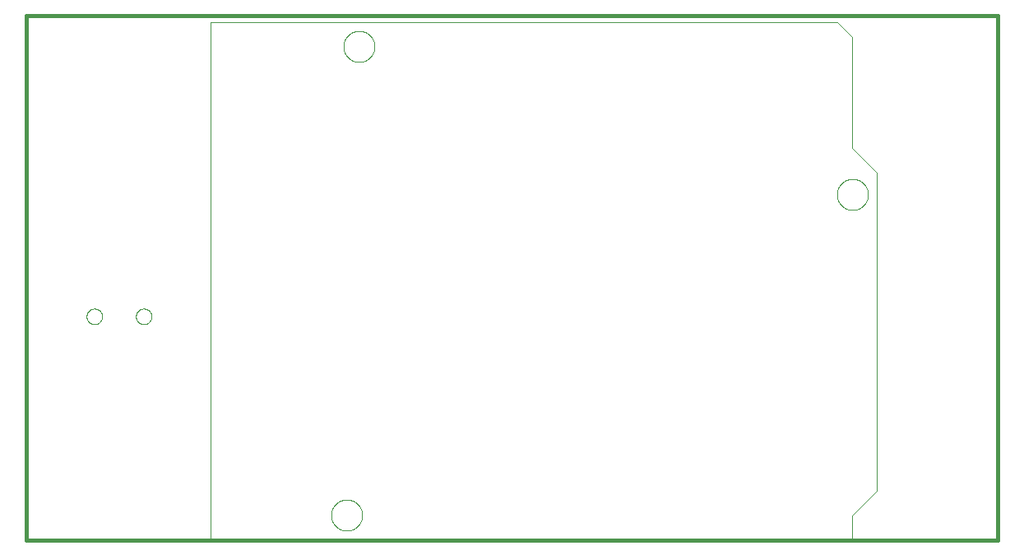
<source format=gbp>
G75*
%MOIN*%
%OFA0B0*%
%FSLAX25Y25*%
%IPPOS*%
%LPD*%
%AMOC8*
5,1,8,0,0,1.08239X$1,22.5*
%
%ADD10C,0.01600*%
%ADD11C,0.00000*%
D10*
X0001800Y0005000D02*
X0001800Y0217598D01*
X0395501Y0217598D01*
X0395501Y0005000D01*
X0001800Y0005000D01*
D11*
X0076603Y0005000D02*
X0076603Y0215000D01*
X0330603Y0215000D01*
X0336603Y0209000D01*
X0336603Y0164000D01*
X0346603Y0154000D01*
X0346603Y0025000D01*
X0336603Y0015000D01*
X0336603Y0005000D01*
X0076603Y0005000D01*
X0125304Y0015000D02*
X0125306Y0015158D01*
X0125312Y0015316D01*
X0125322Y0015474D01*
X0125336Y0015632D01*
X0125354Y0015789D01*
X0125375Y0015946D01*
X0125401Y0016102D01*
X0125431Y0016258D01*
X0125464Y0016413D01*
X0125502Y0016566D01*
X0125543Y0016719D01*
X0125588Y0016871D01*
X0125637Y0017022D01*
X0125690Y0017171D01*
X0125746Y0017319D01*
X0125806Y0017465D01*
X0125870Y0017610D01*
X0125938Y0017753D01*
X0126009Y0017895D01*
X0126083Y0018035D01*
X0126161Y0018172D01*
X0126243Y0018308D01*
X0126327Y0018442D01*
X0126416Y0018573D01*
X0126507Y0018702D01*
X0126602Y0018829D01*
X0126699Y0018954D01*
X0126800Y0019076D01*
X0126904Y0019195D01*
X0127011Y0019312D01*
X0127121Y0019426D01*
X0127234Y0019537D01*
X0127349Y0019646D01*
X0127467Y0019751D01*
X0127588Y0019853D01*
X0127711Y0019953D01*
X0127837Y0020049D01*
X0127965Y0020142D01*
X0128095Y0020232D01*
X0128228Y0020318D01*
X0128363Y0020402D01*
X0128499Y0020481D01*
X0128638Y0020558D01*
X0128779Y0020630D01*
X0128921Y0020700D01*
X0129065Y0020765D01*
X0129211Y0020827D01*
X0129358Y0020885D01*
X0129507Y0020940D01*
X0129657Y0020991D01*
X0129808Y0021038D01*
X0129960Y0021081D01*
X0130113Y0021120D01*
X0130268Y0021156D01*
X0130423Y0021187D01*
X0130579Y0021215D01*
X0130735Y0021239D01*
X0130892Y0021259D01*
X0131050Y0021275D01*
X0131207Y0021287D01*
X0131366Y0021295D01*
X0131524Y0021299D01*
X0131682Y0021299D01*
X0131840Y0021295D01*
X0131999Y0021287D01*
X0132156Y0021275D01*
X0132314Y0021259D01*
X0132471Y0021239D01*
X0132627Y0021215D01*
X0132783Y0021187D01*
X0132938Y0021156D01*
X0133093Y0021120D01*
X0133246Y0021081D01*
X0133398Y0021038D01*
X0133549Y0020991D01*
X0133699Y0020940D01*
X0133848Y0020885D01*
X0133995Y0020827D01*
X0134141Y0020765D01*
X0134285Y0020700D01*
X0134427Y0020630D01*
X0134568Y0020558D01*
X0134707Y0020481D01*
X0134843Y0020402D01*
X0134978Y0020318D01*
X0135111Y0020232D01*
X0135241Y0020142D01*
X0135369Y0020049D01*
X0135495Y0019953D01*
X0135618Y0019853D01*
X0135739Y0019751D01*
X0135857Y0019646D01*
X0135972Y0019537D01*
X0136085Y0019426D01*
X0136195Y0019312D01*
X0136302Y0019195D01*
X0136406Y0019076D01*
X0136507Y0018954D01*
X0136604Y0018829D01*
X0136699Y0018702D01*
X0136790Y0018573D01*
X0136879Y0018442D01*
X0136963Y0018308D01*
X0137045Y0018172D01*
X0137123Y0018035D01*
X0137197Y0017895D01*
X0137268Y0017753D01*
X0137336Y0017610D01*
X0137400Y0017465D01*
X0137460Y0017319D01*
X0137516Y0017171D01*
X0137569Y0017022D01*
X0137618Y0016871D01*
X0137663Y0016719D01*
X0137704Y0016566D01*
X0137742Y0016413D01*
X0137775Y0016258D01*
X0137805Y0016102D01*
X0137831Y0015946D01*
X0137852Y0015789D01*
X0137870Y0015632D01*
X0137884Y0015474D01*
X0137894Y0015316D01*
X0137900Y0015158D01*
X0137902Y0015000D01*
X0137900Y0014842D01*
X0137894Y0014684D01*
X0137884Y0014526D01*
X0137870Y0014368D01*
X0137852Y0014211D01*
X0137831Y0014054D01*
X0137805Y0013898D01*
X0137775Y0013742D01*
X0137742Y0013587D01*
X0137704Y0013434D01*
X0137663Y0013281D01*
X0137618Y0013129D01*
X0137569Y0012978D01*
X0137516Y0012829D01*
X0137460Y0012681D01*
X0137400Y0012535D01*
X0137336Y0012390D01*
X0137268Y0012247D01*
X0137197Y0012105D01*
X0137123Y0011965D01*
X0137045Y0011828D01*
X0136963Y0011692D01*
X0136879Y0011558D01*
X0136790Y0011427D01*
X0136699Y0011298D01*
X0136604Y0011171D01*
X0136507Y0011046D01*
X0136406Y0010924D01*
X0136302Y0010805D01*
X0136195Y0010688D01*
X0136085Y0010574D01*
X0135972Y0010463D01*
X0135857Y0010354D01*
X0135739Y0010249D01*
X0135618Y0010147D01*
X0135495Y0010047D01*
X0135369Y0009951D01*
X0135241Y0009858D01*
X0135111Y0009768D01*
X0134978Y0009682D01*
X0134843Y0009598D01*
X0134707Y0009519D01*
X0134568Y0009442D01*
X0134427Y0009370D01*
X0134285Y0009300D01*
X0134141Y0009235D01*
X0133995Y0009173D01*
X0133848Y0009115D01*
X0133699Y0009060D01*
X0133549Y0009009D01*
X0133398Y0008962D01*
X0133246Y0008919D01*
X0133093Y0008880D01*
X0132938Y0008844D01*
X0132783Y0008813D01*
X0132627Y0008785D01*
X0132471Y0008761D01*
X0132314Y0008741D01*
X0132156Y0008725D01*
X0131999Y0008713D01*
X0131840Y0008705D01*
X0131682Y0008701D01*
X0131524Y0008701D01*
X0131366Y0008705D01*
X0131207Y0008713D01*
X0131050Y0008725D01*
X0130892Y0008741D01*
X0130735Y0008761D01*
X0130579Y0008785D01*
X0130423Y0008813D01*
X0130268Y0008844D01*
X0130113Y0008880D01*
X0129960Y0008919D01*
X0129808Y0008962D01*
X0129657Y0009009D01*
X0129507Y0009060D01*
X0129358Y0009115D01*
X0129211Y0009173D01*
X0129065Y0009235D01*
X0128921Y0009300D01*
X0128779Y0009370D01*
X0128638Y0009442D01*
X0128499Y0009519D01*
X0128363Y0009598D01*
X0128228Y0009682D01*
X0128095Y0009768D01*
X0127965Y0009858D01*
X0127837Y0009951D01*
X0127711Y0010047D01*
X0127588Y0010147D01*
X0127467Y0010249D01*
X0127349Y0010354D01*
X0127234Y0010463D01*
X0127121Y0010574D01*
X0127011Y0010688D01*
X0126904Y0010805D01*
X0126800Y0010924D01*
X0126699Y0011046D01*
X0126602Y0011171D01*
X0126507Y0011298D01*
X0126416Y0011427D01*
X0126327Y0011558D01*
X0126243Y0011692D01*
X0126161Y0011828D01*
X0126083Y0011965D01*
X0126009Y0012105D01*
X0125938Y0012247D01*
X0125870Y0012390D01*
X0125806Y0012535D01*
X0125746Y0012681D01*
X0125690Y0012829D01*
X0125637Y0012978D01*
X0125588Y0013129D01*
X0125543Y0013281D01*
X0125502Y0013434D01*
X0125464Y0013587D01*
X0125431Y0013742D01*
X0125401Y0013898D01*
X0125375Y0014054D01*
X0125354Y0014211D01*
X0125336Y0014368D01*
X0125322Y0014526D01*
X0125312Y0014684D01*
X0125306Y0014842D01*
X0125304Y0015000D01*
X0046209Y0095551D02*
X0046211Y0095663D01*
X0046217Y0095774D01*
X0046227Y0095886D01*
X0046241Y0095997D01*
X0046258Y0096107D01*
X0046280Y0096217D01*
X0046306Y0096326D01*
X0046335Y0096434D01*
X0046368Y0096540D01*
X0046405Y0096646D01*
X0046446Y0096750D01*
X0046491Y0096853D01*
X0046539Y0096954D01*
X0046590Y0097053D01*
X0046645Y0097150D01*
X0046704Y0097245D01*
X0046765Y0097339D01*
X0046830Y0097430D01*
X0046899Y0097518D01*
X0046970Y0097604D01*
X0047044Y0097688D01*
X0047122Y0097768D01*
X0047202Y0097846D01*
X0047285Y0097922D01*
X0047370Y0097994D01*
X0047458Y0098063D01*
X0047548Y0098129D01*
X0047641Y0098191D01*
X0047736Y0098251D01*
X0047833Y0098307D01*
X0047931Y0098359D01*
X0048032Y0098408D01*
X0048134Y0098453D01*
X0048238Y0098495D01*
X0048343Y0098533D01*
X0048450Y0098567D01*
X0048557Y0098597D01*
X0048666Y0098624D01*
X0048775Y0098646D01*
X0048886Y0098665D01*
X0048996Y0098680D01*
X0049108Y0098691D01*
X0049219Y0098698D01*
X0049331Y0098701D01*
X0049443Y0098700D01*
X0049555Y0098695D01*
X0049666Y0098686D01*
X0049777Y0098673D01*
X0049888Y0098656D01*
X0049998Y0098636D01*
X0050107Y0098611D01*
X0050215Y0098583D01*
X0050322Y0098550D01*
X0050428Y0098514D01*
X0050532Y0098474D01*
X0050635Y0098431D01*
X0050737Y0098384D01*
X0050836Y0098333D01*
X0050934Y0098279D01*
X0051030Y0098221D01*
X0051124Y0098160D01*
X0051215Y0098096D01*
X0051304Y0098029D01*
X0051391Y0097958D01*
X0051475Y0097884D01*
X0051557Y0097808D01*
X0051635Y0097728D01*
X0051711Y0097646D01*
X0051784Y0097561D01*
X0051854Y0097474D01*
X0051920Y0097384D01*
X0051984Y0097292D01*
X0052044Y0097198D01*
X0052101Y0097102D01*
X0052154Y0097003D01*
X0052204Y0096903D01*
X0052250Y0096802D01*
X0052293Y0096698D01*
X0052332Y0096593D01*
X0052367Y0096487D01*
X0052398Y0096380D01*
X0052426Y0096271D01*
X0052449Y0096162D01*
X0052469Y0096052D01*
X0052485Y0095941D01*
X0052497Y0095830D01*
X0052505Y0095719D01*
X0052509Y0095607D01*
X0052509Y0095495D01*
X0052505Y0095383D01*
X0052497Y0095272D01*
X0052485Y0095161D01*
X0052469Y0095050D01*
X0052449Y0094940D01*
X0052426Y0094831D01*
X0052398Y0094722D01*
X0052367Y0094615D01*
X0052332Y0094509D01*
X0052293Y0094404D01*
X0052250Y0094300D01*
X0052204Y0094199D01*
X0052154Y0094099D01*
X0052101Y0094000D01*
X0052044Y0093904D01*
X0051984Y0093810D01*
X0051920Y0093718D01*
X0051854Y0093628D01*
X0051784Y0093541D01*
X0051711Y0093456D01*
X0051635Y0093374D01*
X0051557Y0093294D01*
X0051475Y0093218D01*
X0051391Y0093144D01*
X0051304Y0093073D01*
X0051215Y0093006D01*
X0051124Y0092942D01*
X0051030Y0092881D01*
X0050934Y0092823D01*
X0050836Y0092769D01*
X0050737Y0092718D01*
X0050635Y0092671D01*
X0050532Y0092628D01*
X0050428Y0092588D01*
X0050322Y0092552D01*
X0050215Y0092519D01*
X0050107Y0092491D01*
X0049998Y0092466D01*
X0049888Y0092446D01*
X0049777Y0092429D01*
X0049666Y0092416D01*
X0049555Y0092407D01*
X0049443Y0092402D01*
X0049331Y0092401D01*
X0049219Y0092404D01*
X0049108Y0092411D01*
X0048996Y0092422D01*
X0048886Y0092437D01*
X0048775Y0092456D01*
X0048666Y0092478D01*
X0048557Y0092505D01*
X0048450Y0092535D01*
X0048343Y0092569D01*
X0048238Y0092607D01*
X0048134Y0092649D01*
X0048032Y0092694D01*
X0047931Y0092743D01*
X0047833Y0092795D01*
X0047736Y0092851D01*
X0047641Y0092911D01*
X0047548Y0092973D01*
X0047458Y0093039D01*
X0047370Y0093108D01*
X0047285Y0093180D01*
X0047202Y0093256D01*
X0047122Y0093334D01*
X0047044Y0093414D01*
X0046970Y0093498D01*
X0046899Y0093584D01*
X0046830Y0093672D01*
X0046765Y0093763D01*
X0046704Y0093857D01*
X0046645Y0093952D01*
X0046590Y0094049D01*
X0046539Y0094148D01*
X0046491Y0094249D01*
X0046446Y0094352D01*
X0046405Y0094456D01*
X0046368Y0094562D01*
X0046335Y0094668D01*
X0046306Y0094776D01*
X0046280Y0094885D01*
X0046258Y0094995D01*
X0046241Y0095105D01*
X0046227Y0095216D01*
X0046217Y0095328D01*
X0046211Y0095439D01*
X0046209Y0095551D01*
X0026209Y0095551D02*
X0026211Y0095663D01*
X0026217Y0095774D01*
X0026227Y0095886D01*
X0026241Y0095997D01*
X0026258Y0096107D01*
X0026280Y0096217D01*
X0026306Y0096326D01*
X0026335Y0096434D01*
X0026368Y0096540D01*
X0026405Y0096646D01*
X0026446Y0096750D01*
X0026491Y0096853D01*
X0026539Y0096954D01*
X0026590Y0097053D01*
X0026645Y0097150D01*
X0026704Y0097245D01*
X0026765Y0097339D01*
X0026830Y0097430D01*
X0026899Y0097518D01*
X0026970Y0097604D01*
X0027044Y0097688D01*
X0027122Y0097768D01*
X0027202Y0097846D01*
X0027285Y0097922D01*
X0027370Y0097994D01*
X0027458Y0098063D01*
X0027548Y0098129D01*
X0027641Y0098191D01*
X0027736Y0098251D01*
X0027833Y0098307D01*
X0027931Y0098359D01*
X0028032Y0098408D01*
X0028134Y0098453D01*
X0028238Y0098495D01*
X0028343Y0098533D01*
X0028450Y0098567D01*
X0028557Y0098597D01*
X0028666Y0098624D01*
X0028775Y0098646D01*
X0028886Y0098665D01*
X0028996Y0098680D01*
X0029108Y0098691D01*
X0029219Y0098698D01*
X0029331Y0098701D01*
X0029443Y0098700D01*
X0029555Y0098695D01*
X0029666Y0098686D01*
X0029777Y0098673D01*
X0029888Y0098656D01*
X0029998Y0098636D01*
X0030107Y0098611D01*
X0030215Y0098583D01*
X0030322Y0098550D01*
X0030428Y0098514D01*
X0030532Y0098474D01*
X0030635Y0098431D01*
X0030737Y0098384D01*
X0030836Y0098333D01*
X0030934Y0098279D01*
X0031030Y0098221D01*
X0031124Y0098160D01*
X0031215Y0098096D01*
X0031304Y0098029D01*
X0031391Y0097958D01*
X0031475Y0097884D01*
X0031557Y0097808D01*
X0031635Y0097728D01*
X0031711Y0097646D01*
X0031784Y0097561D01*
X0031854Y0097474D01*
X0031920Y0097384D01*
X0031984Y0097292D01*
X0032044Y0097198D01*
X0032101Y0097102D01*
X0032154Y0097003D01*
X0032204Y0096903D01*
X0032250Y0096802D01*
X0032293Y0096698D01*
X0032332Y0096593D01*
X0032367Y0096487D01*
X0032398Y0096380D01*
X0032426Y0096271D01*
X0032449Y0096162D01*
X0032469Y0096052D01*
X0032485Y0095941D01*
X0032497Y0095830D01*
X0032505Y0095719D01*
X0032509Y0095607D01*
X0032509Y0095495D01*
X0032505Y0095383D01*
X0032497Y0095272D01*
X0032485Y0095161D01*
X0032469Y0095050D01*
X0032449Y0094940D01*
X0032426Y0094831D01*
X0032398Y0094722D01*
X0032367Y0094615D01*
X0032332Y0094509D01*
X0032293Y0094404D01*
X0032250Y0094300D01*
X0032204Y0094199D01*
X0032154Y0094099D01*
X0032101Y0094000D01*
X0032044Y0093904D01*
X0031984Y0093810D01*
X0031920Y0093718D01*
X0031854Y0093628D01*
X0031784Y0093541D01*
X0031711Y0093456D01*
X0031635Y0093374D01*
X0031557Y0093294D01*
X0031475Y0093218D01*
X0031391Y0093144D01*
X0031304Y0093073D01*
X0031215Y0093006D01*
X0031124Y0092942D01*
X0031030Y0092881D01*
X0030934Y0092823D01*
X0030836Y0092769D01*
X0030737Y0092718D01*
X0030635Y0092671D01*
X0030532Y0092628D01*
X0030428Y0092588D01*
X0030322Y0092552D01*
X0030215Y0092519D01*
X0030107Y0092491D01*
X0029998Y0092466D01*
X0029888Y0092446D01*
X0029777Y0092429D01*
X0029666Y0092416D01*
X0029555Y0092407D01*
X0029443Y0092402D01*
X0029331Y0092401D01*
X0029219Y0092404D01*
X0029108Y0092411D01*
X0028996Y0092422D01*
X0028886Y0092437D01*
X0028775Y0092456D01*
X0028666Y0092478D01*
X0028557Y0092505D01*
X0028450Y0092535D01*
X0028343Y0092569D01*
X0028238Y0092607D01*
X0028134Y0092649D01*
X0028032Y0092694D01*
X0027931Y0092743D01*
X0027833Y0092795D01*
X0027736Y0092851D01*
X0027641Y0092911D01*
X0027548Y0092973D01*
X0027458Y0093039D01*
X0027370Y0093108D01*
X0027285Y0093180D01*
X0027202Y0093256D01*
X0027122Y0093334D01*
X0027044Y0093414D01*
X0026970Y0093498D01*
X0026899Y0093584D01*
X0026830Y0093672D01*
X0026765Y0093763D01*
X0026704Y0093857D01*
X0026645Y0093952D01*
X0026590Y0094049D01*
X0026539Y0094148D01*
X0026491Y0094249D01*
X0026446Y0094352D01*
X0026405Y0094456D01*
X0026368Y0094562D01*
X0026335Y0094668D01*
X0026306Y0094776D01*
X0026280Y0094885D01*
X0026258Y0094995D01*
X0026241Y0095105D01*
X0026227Y0095216D01*
X0026217Y0095328D01*
X0026211Y0095439D01*
X0026209Y0095551D01*
X0130304Y0205000D02*
X0130306Y0205158D01*
X0130312Y0205316D01*
X0130322Y0205474D01*
X0130336Y0205632D01*
X0130354Y0205789D01*
X0130375Y0205946D01*
X0130401Y0206102D01*
X0130431Y0206258D01*
X0130464Y0206413D01*
X0130502Y0206566D01*
X0130543Y0206719D01*
X0130588Y0206871D01*
X0130637Y0207022D01*
X0130690Y0207171D01*
X0130746Y0207319D01*
X0130806Y0207465D01*
X0130870Y0207610D01*
X0130938Y0207753D01*
X0131009Y0207895D01*
X0131083Y0208035D01*
X0131161Y0208172D01*
X0131243Y0208308D01*
X0131327Y0208442D01*
X0131416Y0208573D01*
X0131507Y0208702D01*
X0131602Y0208829D01*
X0131699Y0208954D01*
X0131800Y0209076D01*
X0131904Y0209195D01*
X0132011Y0209312D01*
X0132121Y0209426D01*
X0132234Y0209537D01*
X0132349Y0209646D01*
X0132467Y0209751D01*
X0132588Y0209853D01*
X0132711Y0209953D01*
X0132837Y0210049D01*
X0132965Y0210142D01*
X0133095Y0210232D01*
X0133228Y0210318D01*
X0133363Y0210402D01*
X0133499Y0210481D01*
X0133638Y0210558D01*
X0133779Y0210630D01*
X0133921Y0210700D01*
X0134065Y0210765D01*
X0134211Y0210827D01*
X0134358Y0210885D01*
X0134507Y0210940D01*
X0134657Y0210991D01*
X0134808Y0211038D01*
X0134960Y0211081D01*
X0135113Y0211120D01*
X0135268Y0211156D01*
X0135423Y0211187D01*
X0135579Y0211215D01*
X0135735Y0211239D01*
X0135892Y0211259D01*
X0136050Y0211275D01*
X0136207Y0211287D01*
X0136366Y0211295D01*
X0136524Y0211299D01*
X0136682Y0211299D01*
X0136840Y0211295D01*
X0136999Y0211287D01*
X0137156Y0211275D01*
X0137314Y0211259D01*
X0137471Y0211239D01*
X0137627Y0211215D01*
X0137783Y0211187D01*
X0137938Y0211156D01*
X0138093Y0211120D01*
X0138246Y0211081D01*
X0138398Y0211038D01*
X0138549Y0210991D01*
X0138699Y0210940D01*
X0138848Y0210885D01*
X0138995Y0210827D01*
X0139141Y0210765D01*
X0139285Y0210700D01*
X0139427Y0210630D01*
X0139568Y0210558D01*
X0139707Y0210481D01*
X0139843Y0210402D01*
X0139978Y0210318D01*
X0140111Y0210232D01*
X0140241Y0210142D01*
X0140369Y0210049D01*
X0140495Y0209953D01*
X0140618Y0209853D01*
X0140739Y0209751D01*
X0140857Y0209646D01*
X0140972Y0209537D01*
X0141085Y0209426D01*
X0141195Y0209312D01*
X0141302Y0209195D01*
X0141406Y0209076D01*
X0141507Y0208954D01*
X0141604Y0208829D01*
X0141699Y0208702D01*
X0141790Y0208573D01*
X0141879Y0208442D01*
X0141963Y0208308D01*
X0142045Y0208172D01*
X0142123Y0208035D01*
X0142197Y0207895D01*
X0142268Y0207753D01*
X0142336Y0207610D01*
X0142400Y0207465D01*
X0142460Y0207319D01*
X0142516Y0207171D01*
X0142569Y0207022D01*
X0142618Y0206871D01*
X0142663Y0206719D01*
X0142704Y0206566D01*
X0142742Y0206413D01*
X0142775Y0206258D01*
X0142805Y0206102D01*
X0142831Y0205946D01*
X0142852Y0205789D01*
X0142870Y0205632D01*
X0142884Y0205474D01*
X0142894Y0205316D01*
X0142900Y0205158D01*
X0142902Y0205000D01*
X0142900Y0204842D01*
X0142894Y0204684D01*
X0142884Y0204526D01*
X0142870Y0204368D01*
X0142852Y0204211D01*
X0142831Y0204054D01*
X0142805Y0203898D01*
X0142775Y0203742D01*
X0142742Y0203587D01*
X0142704Y0203434D01*
X0142663Y0203281D01*
X0142618Y0203129D01*
X0142569Y0202978D01*
X0142516Y0202829D01*
X0142460Y0202681D01*
X0142400Y0202535D01*
X0142336Y0202390D01*
X0142268Y0202247D01*
X0142197Y0202105D01*
X0142123Y0201965D01*
X0142045Y0201828D01*
X0141963Y0201692D01*
X0141879Y0201558D01*
X0141790Y0201427D01*
X0141699Y0201298D01*
X0141604Y0201171D01*
X0141507Y0201046D01*
X0141406Y0200924D01*
X0141302Y0200805D01*
X0141195Y0200688D01*
X0141085Y0200574D01*
X0140972Y0200463D01*
X0140857Y0200354D01*
X0140739Y0200249D01*
X0140618Y0200147D01*
X0140495Y0200047D01*
X0140369Y0199951D01*
X0140241Y0199858D01*
X0140111Y0199768D01*
X0139978Y0199682D01*
X0139843Y0199598D01*
X0139707Y0199519D01*
X0139568Y0199442D01*
X0139427Y0199370D01*
X0139285Y0199300D01*
X0139141Y0199235D01*
X0138995Y0199173D01*
X0138848Y0199115D01*
X0138699Y0199060D01*
X0138549Y0199009D01*
X0138398Y0198962D01*
X0138246Y0198919D01*
X0138093Y0198880D01*
X0137938Y0198844D01*
X0137783Y0198813D01*
X0137627Y0198785D01*
X0137471Y0198761D01*
X0137314Y0198741D01*
X0137156Y0198725D01*
X0136999Y0198713D01*
X0136840Y0198705D01*
X0136682Y0198701D01*
X0136524Y0198701D01*
X0136366Y0198705D01*
X0136207Y0198713D01*
X0136050Y0198725D01*
X0135892Y0198741D01*
X0135735Y0198761D01*
X0135579Y0198785D01*
X0135423Y0198813D01*
X0135268Y0198844D01*
X0135113Y0198880D01*
X0134960Y0198919D01*
X0134808Y0198962D01*
X0134657Y0199009D01*
X0134507Y0199060D01*
X0134358Y0199115D01*
X0134211Y0199173D01*
X0134065Y0199235D01*
X0133921Y0199300D01*
X0133779Y0199370D01*
X0133638Y0199442D01*
X0133499Y0199519D01*
X0133363Y0199598D01*
X0133228Y0199682D01*
X0133095Y0199768D01*
X0132965Y0199858D01*
X0132837Y0199951D01*
X0132711Y0200047D01*
X0132588Y0200147D01*
X0132467Y0200249D01*
X0132349Y0200354D01*
X0132234Y0200463D01*
X0132121Y0200574D01*
X0132011Y0200688D01*
X0131904Y0200805D01*
X0131800Y0200924D01*
X0131699Y0201046D01*
X0131602Y0201171D01*
X0131507Y0201298D01*
X0131416Y0201427D01*
X0131327Y0201558D01*
X0131243Y0201692D01*
X0131161Y0201828D01*
X0131083Y0201965D01*
X0131009Y0202105D01*
X0130938Y0202247D01*
X0130870Y0202390D01*
X0130806Y0202535D01*
X0130746Y0202681D01*
X0130690Y0202829D01*
X0130637Y0202978D01*
X0130588Y0203129D01*
X0130543Y0203281D01*
X0130502Y0203434D01*
X0130464Y0203587D01*
X0130431Y0203742D01*
X0130401Y0203898D01*
X0130375Y0204054D01*
X0130354Y0204211D01*
X0130336Y0204368D01*
X0130322Y0204526D01*
X0130312Y0204684D01*
X0130306Y0204842D01*
X0130304Y0205000D01*
X0330304Y0145000D02*
X0330306Y0145158D01*
X0330312Y0145316D01*
X0330322Y0145474D01*
X0330336Y0145632D01*
X0330354Y0145789D01*
X0330375Y0145946D01*
X0330401Y0146102D01*
X0330431Y0146258D01*
X0330464Y0146413D01*
X0330502Y0146566D01*
X0330543Y0146719D01*
X0330588Y0146871D01*
X0330637Y0147022D01*
X0330690Y0147171D01*
X0330746Y0147319D01*
X0330806Y0147465D01*
X0330870Y0147610D01*
X0330938Y0147753D01*
X0331009Y0147895D01*
X0331083Y0148035D01*
X0331161Y0148172D01*
X0331243Y0148308D01*
X0331327Y0148442D01*
X0331416Y0148573D01*
X0331507Y0148702D01*
X0331602Y0148829D01*
X0331699Y0148954D01*
X0331800Y0149076D01*
X0331904Y0149195D01*
X0332011Y0149312D01*
X0332121Y0149426D01*
X0332234Y0149537D01*
X0332349Y0149646D01*
X0332467Y0149751D01*
X0332588Y0149853D01*
X0332711Y0149953D01*
X0332837Y0150049D01*
X0332965Y0150142D01*
X0333095Y0150232D01*
X0333228Y0150318D01*
X0333363Y0150402D01*
X0333499Y0150481D01*
X0333638Y0150558D01*
X0333779Y0150630D01*
X0333921Y0150700D01*
X0334065Y0150765D01*
X0334211Y0150827D01*
X0334358Y0150885D01*
X0334507Y0150940D01*
X0334657Y0150991D01*
X0334808Y0151038D01*
X0334960Y0151081D01*
X0335113Y0151120D01*
X0335268Y0151156D01*
X0335423Y0151187D01*
X0335579Y0151215D01*
X0335735Y0151239D01*
X0335892Y0151259D01*
X0336050Y0151275D01*
X0336207Y0151287D01*
X0336366Y0151295D01*
X0336524Y0151299D01*
X0336682Y0151299D01*
X0336840Y0151295D01*
X0336999Y0151287D01*
X0337156Y0151275D01*
X0337314Y0151259D01*
X0337471Y0151239D01*
X0337627Y0151215D01*
X0337783Y0151187D01*
X0337938Y0151156D01*
X0338093Y0151120D01*
X0338246Y0151081D01*
X0338398Y0151038D01*
X0338549Y0150991D01*
X0338699Y0150940D01*
X0338848Y0150885D01*
X0338995Y0150827D01*
X0339141Y0150765D01*
X0339285Y0150700D01*
X0339427Y0150630D01*
X0339568Y0150558D01*
X0339707Y0150481D01*
X0339843Y0150402D01*
X0339978Y0150318D01*
X0340111Y0150232D01*
X0340241Y0150142D01*
X0340369Y0150049D01*
X0340495Y0149953D01*
X0340618Y0149853D01*
X0340739Y0149751D01*
X0340857Y0149646D01*
X0340972Y0149537D01*
X0341085Y0149426D01*
X0341195Y0149312D01*
X0341302Y0149195D01*
X0341406Y0149076D01*
X0341507Y0148954D01*
X0341604Y0148829D01*
X0341699Y0148702D01*
X0341790Y0148573D01*
X0341879Y0148442D01*
X0341963Y0148308D01*
X0342045Y0148172D01*
X0342123Y0148035D01*
X0342197Y0147895D01*
X0342268Y0147753D01*
X0342336Y0147610D01*
X0342400Y0147465D01*
X0342460Y0147319D01*
X0342516Y0147171D01*
X0342569Y0147022D01*
X0342618Y0146871D01*
X0342663Y0146719D01*
X0342704Y0146566D01*
X0342742Y0146413D01*
X0342775Y0146258D01*
X0342805Y0146102D01*
X0342831Y0145946D01*
X0342852Y0145789D01*
X0342870Y0145632D01*
X0342884Y0145474D01*
X0342894Y0145316D01*
X0342900Y0145158D01*
X0342902Y0145000D01*
X0342900Y0144842D01*
X0342894Y0144684D01*
X0342884Y0144526D01*
X0342870Y0144368D01*
X0342852Y0144211D01*
X0342831Y0144054D01*
X0342805Y0143898D01*
X0342775Y0143742D01*
X0342742Y0143587D01*
X0342704Y0143434D01*
X0342663Y0143281D01*
X0342618Y0143129D01*
X0342569Y0142978D01*
X0342516Y0142829D01*
X0342460Y0142681D01*
X0342400Y0142535D01*
X0342336Y0142390D01*
X0342268Y0142247D01*
X0342197Y0142105D01*
X0342123Y0141965D01*
X0342045Y0141828D01*
X0341963Y0141692D01*
X0341879Y0141558D01*
X0341790Y0141427D01*
X0341699Y0141298D01*
X0341604Y0141171D01*
X0341507Y0141046D01*
X0341406Y0140924D01*
X0341302Y0140805D01*
X0341195Y0140688D01*
X0341085Y0140574D01*
X0340972Y0140463D01*
X0340857Y0140354D01*
X0340739Y0140249D01*
X0340618Y0140147D01*
X0340495Y0140047D01*
X0340369Y0139951D01*
X0340241Y0139858D01*
X0340111Y0139768D01*
X0339978Y0139682D01*
X0339843Y0139598D01*
X0339707Y0139519D01*
X0339568Y0139442D01*
X0339427Y0139370D01*
X0339285Y0139300D01*
X0339141Y0139235D01*
X0338995Y0139173D01*
X0338848Y0139115D01*
X0338699Y0139060D01*
X0338549Y0139009D01*
X0338398Y0138962D01*
X0338246Y0138919D01*
X0338093Y0138880D01*
X0337938Y0138844D01*
X0337783Y0138813D01*
X0337627Y0138785D01*
X0337471Y0138761D01*
X0337314Y0138741D01*
X0337156Y0138725D01*
X0336999Y0138713D01*
X0336840Y0138705D01*
X0336682Y0138701D01*
X0336524Y0138701D01*
X0336366Y0138705D01*
X0336207Y0138713D01*
X0336050Y0138725D01*
X0335892Y0138741D01*
X0335735Y0138761D01*
X0335579Y0138785D01*
X0335423Y0138813D01*
X0335268Y0138844D01*
X0335113Y0138880D01*
X0334960Y0138919D01*
X0334808Y0138962D01*
X0334657Y0139009D01*
X0334507Y0139060D01*
X0334358Y0139115D01*
X0334211Y0139173D01*
X0334065Y0139235D01*
X0333921Y0139300D01*
X0333779Y0139370D01*
X0333638Y0139442D01*
X0333499Y0139519D01*
X0333363Y0139598D01*
X0333228Y0139682D01*
X0333095Y0139768D01*
X0332965Y0139858D01*
X0332837Y0139951D01*
X0332711Y0140047D01*
X0332588Y0140147D01*
X0332467Y0140249D01*
X0332349Y0140354D01*
X0332234Y0140463D01*
X0332121Y0140574D01*
X0332011Y0140688D01*
X0331904Y0140805D01*
X0331800Y0140924D01*
X0331699Y0141046D01*
X0331602Y0141171D01*
X0331507Y0141298D01*
X0331416Y0141427D01*
X0331327Y0141558D01*
X0331243Y0141692D01*
X0331161Y0141828D01*
X0331083Y0141965D01*
X0331009Y0142105D01*
X0330938Y0142247D01*
X0330870Y0142390D01*
X0330806Y0142535D01*
X0330746Y0142681D01*
X0330690Y0142829D01*
X0330637Y0142978D01*
X0330588Y0143129D01*
X0330543Y0143281D01*
X0330502Y0143434D01*
X0330464Y0143587D01*
X0330431Y0143742D01*
X0330401Y0143898D01*
X0330375Y0144054D01*
X0330354Y0144211D01*
X0330336Y0144368D01*
X0330322Y0144526D01*
X0330312Y0144684D01*
X0330306Y0144842D01*
X0330304Y0145000D01*
M02*

</source>
